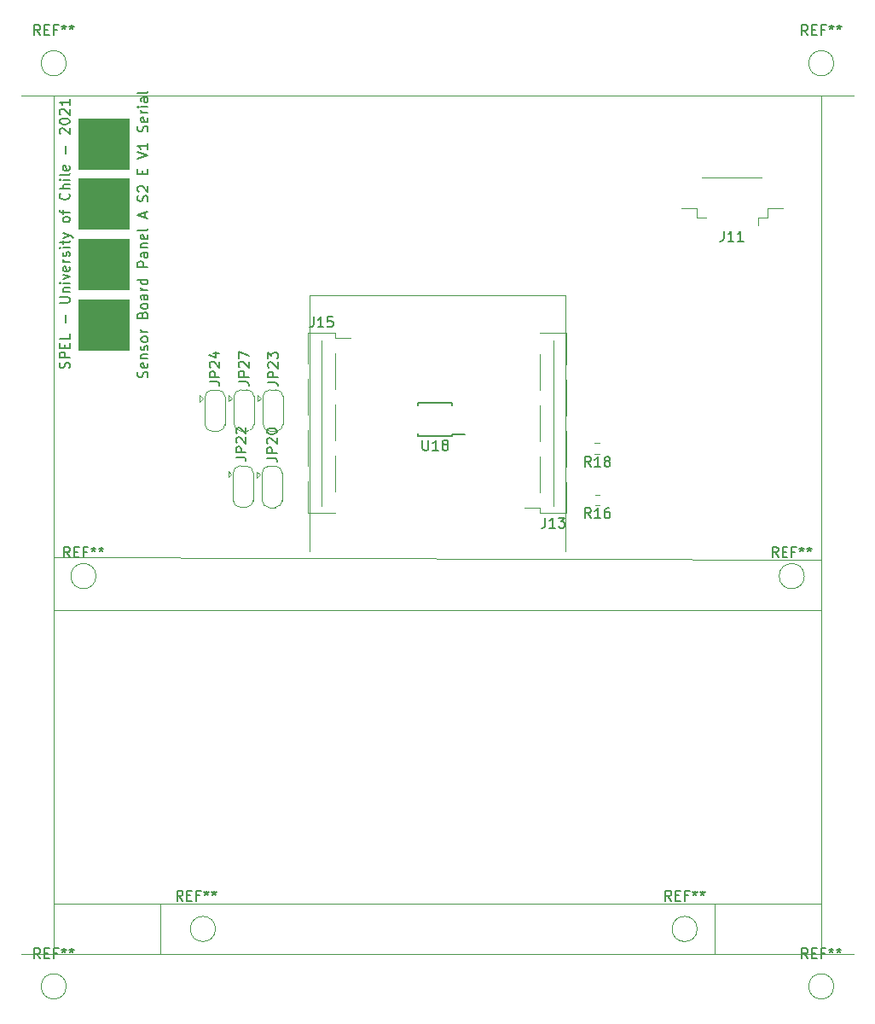
<source format=gbr>
G04 #@! TF.GenerationSoftware,KiCad,Pcbnew,(5.1.2)-2*
G04 #@! TF.CreationDate,2021-08-27T15:03:54-04:00*
G04 #@! TF.ProjectId,MAG_Plus,4d41475f-506c-4757-932e-6b696361645f,rev?*
G04 #@! TF.SameCoordinates,Original*
G04 #@! TF.FileFunction,Legend,Top*
G04 #@! TF.FilePolarity,Positive*
%FSLAX46Y46*%
G04 Gerber Fmt 4.6, Leading zero omitted, Abs format (unit mm)*
G04 Created by KiCad (PCBNEW (5.1.2)-2) date 2021-08-27 15:03:54*
%MOMM*%
%LPD*%
G04 APERTURE LIST*
%ADD10C,0.100000*%
%ADD11C,0.150000*%
%ADD12C,0.120000*%
G04 APERTURE END LIST*
D10*
G36*
X132290000Y-166660000D02*
G01*
X127290000Y-166660000D01*
X127290000Y-161660000D01*
X132290000Y-161660000D01*
X132290000Y-166660000D01*
G37*
X132290000Y-166660000D02*
X127290000Y-166660000D01*
X127290000Y-161660000D01*
X132290000Y-161660000D01*
X132290000Y-166660000D01*
G36*
X132290000Y-160660000D02*
G01*
X127290000Y-160660000D01*
X127290000Y-155660000D01*
X132290000Y-155660000D01*
X132290000Y-160660000D01*
G37*
X132290000Y-160660000D02*
X127290000Y-160660000D01*
X127290000Y-155660000D01*
X132290000Y-155660000D01*
X132290000Y-160660000D01*
G36*
X132290000Y-172660000D02*
G01*
X127290000Y-172660000D01*
X127290000Y-167660000D01*
X132290000Y-167660000D01*
X132290000Y-172660000D01*
G37*
X132290000Y-172660000D02*
X127290000Y-172660000D01*
X127290000Y-167660000D01*
X132290000Y-167660000D01*
X132290000Y-172660000D01*
G36*
X132290000Y-154660000D02*
G01*
X127290000Y-154660000D01*
X127290000Y-149660000D01*
X132290000Y-149660000D01*
X132290000Y-154660000D01*
G37*
X132290000Y-154660000D02*
X127290000Y-154660000D01*
X127290000Y-149660000D01*
X132290000Y-149660000D01*
X132290000Y-154660000D01*
D11*
X126344761Y-174443333D02*
X126392380Y-174300476D01*
X126392380Y-174062380D01*
X126344761Y-173967142D01*
X126297142Y-173919523D01*
X126201904Y-173871904D01*
X126106666Y-173871904D01*
X126011428Y-173919523D01*
X125963809Y-173967142D01*
X125916190Y-174062380D01*
X125868571Y-174252857D01*
X125820952Y-174348095D01*
X125773333Y-174395714D01*
X125678095Y-174443333D01*
X125582857Y-174443333D01*
X125487619Y-174395714D01*
X125440000Y-174348095D01*
X125392380Y-174252857D01*
X125392380Y-174014761D01*
X125440000Y-173871904D01*
X126392380Y-173443333D02*
X125392380Y-173443333D01*
X125392380Y-173062380D01*
X125440000Y-172967142D01*
X125487619Y-172919523D01*
X125582857Y-172871904D01*
X125725714Y-172871904D01*
X125820952Y-172919523D01*
X125868571Y-172967142D01*
X125916190Y-173062380D01*
X125916190Y-173443333D01*
X125868571Y-172443333D02*
X125868571Y-172110000D01*
X126392380Y-171967142D02*
X126392380Y-172443333D01*
X125392380Y-172443333D01*
X125392380Y-171967142D01*
X126392380Y-171062380D02*
X126392380Y-171538571D01*
X125392380Y-171538571D01*
X126011428Y-169967142D02*
X126011428Y-169205238D01*
X125392380Y-167967142D02*
X126201904Y-167967142D01*
X126297142Y-167919523D01*
X126344761Y-167871904D01*
X126392380Y-167776666D01*
X126392380Y-167586190D01*
X126344761Y-167490952D01*
X126297142Y-167443333D01*
X126201904Y-167395714D01*
X125392380Y-167395714D01*
X125725714Y-166919523D02*
X126392380Y-166919523D01*
X125820952Y-166919523D02*
X125773333Y-166871904D01*
X125725714Y-166776666D01*
X125725714Y-166633809D01*
X125773333Y-166538571D01*
X125868571Y-166490952D01*
X126392380Y-166490952D01*
X126392380Y-166014761D02*
X125725714Y-166014761D01*
X125392380Y-166014761D02*
X125440000Y-166062380D01*
X125487619Y-166014761D01*
X125440000Y-165967142D01*
X125392380Y-166014761D01*
X125487619Y-166014761D01*
X125725714Y-165633809D02*
X126392380Y-165395714D01*
X125725714Y-165157619D01*
X126344761Y-164395714D02*
X126392380Y-164490952D01*
X126392380Y-164681428D01*
X126344761Y-164776666D01*
X126249523Y-164824285D01*
X125868571Y-164824285D01*
X125773333Y-164776666D01*
X125725714Y-164681428D01*
X125725714Y-164490952D01*
X125773333Y-164395714D01*
X125868571Y-164348095D01*
X125963809Y-164348095D01*
X126059047Y-164824285D01*
X126392380Y-163919523D02*
X125725714Y-163919523D01*
X125916190Y-163919523D02*
X125820952Y-163871904D01*
X125773333Y-163824285D01*
X125725714Y-163729047D01*
X125725714Y-163633809D01*
X126344761Y-163348095D02*
X126392380Y-163252857D01*
X126392380Y-163062380D01*
X126344761Y-162967142D01*
X126249523Y-162919523D01*
X126201904Y-162919523D01*
X126106666Y-162967142D01*
X126059047Y-163062380D01*
X126059047Y-163205238D01*
X126011428Y-163300476D01*
X125916190Y-163348095D01*
X125868571Y-163348095D01*
X125773333Y-163300476D01*
X125725714Y-163205238D01*
X125725714Y-163062380D01*
X125773333Y-162967142D01*
X126392380Y-162490952D02*
X125725714Y-162490952D01*
X125392380Y-162490952D02*
X125440000Y-162538571D01*
X125487619Y-162490952D01*
X125440000Y-162443333D01*
X125392380Y-162490952D01*
X125487619Y-162490952D01*
X125725714Y-162157619D02*
X125725714Y-161776666D01*
X125392380Y-162014761D02*
X126249523Y-162014761D01*
X126344761Y-161967142D01*
X126392380Y-161871904D01*
X126392380Y-161776666D01*
X125725714Y-161538571D02*
X126392380Y-161300476D01*
X125725714Y-161062380D02*
X126392380Y-161300476D01*
X126630476Y-161395714D01*
X126678095Y-161443333D01*
X126725714Y-161538571D01*
X126392380Y-159776666D02*
X126344761Y-159871904D01*
X126297142Y-159919523D01*
X126201904Y-159967142D01*
X125916190Y-159967142D01*
X125820952Y-159919523D01*
X125773333Y-159871904D01*
X125725714Y-159776666D01*
X125725714Y-159633809D01*
X125773333Y-159538571D01*
X125820952Y-159490952D01*
X125916190Y-159443333D01*
X126201904Y-159443333D01*
X126297142Y-159490952D01*
X126344761Y-159538571D01*
X126392380Y-159633809D01*
X126392380Y-159776666D01*
X125725714Y-159157619D02*
X125725714Y-158776666D01*
X126392380Y-159014761D02*
X125535238Y-159014761D01*
X125440000Y-158967142D01*
X125392380Y-158871904D01*
X125392380Y-158776666D01*
X126297142Y-157110000D02*
X126344761Y-157157619D01*
X126392380Y-157300476D01*
X126392380Y-157395714D01*
X126344761Y-157538571D01*
X126249523Y-157633809D01*
X126154285Y-157681428D01*
X125963809Y-157729047D01*
X125820952Y-157729047D01*
X125630476Y-157681428D01*
X125535238Y-157633809D01*
X125440000Y-157538571D01*
X125392380Y-157395714D01*
X125392380Y-157300476D01*
X125440000Y-157157619D01*
X125487619Y-157110000D01*
X126392380Y-156681428D02*
X125392380Y-156681428D01*
X126392380Y-156252857D02*
X125868571Y-156252857D01*
X125773333Y-156300476D01*
X125725714Y-156395714D01*
X125725714Y-156538571D01*
X125773333Y-156633809D01*
X125820952Y-156681428D01*
X126392380Y-155776666D02*
X125725714Y-155776666D01*
X125392380Y-155776666D02*
X125440000Y-155824285D01*
X125487619Y-155776666D01*
X125440000Y-155729047D01*
X125392380Y-155776666D01*
X125487619Y-155776666D01*
X126392380Y-155157619D02*
X126344761Y-155252857D01*
X126249523Y-155300476D01*
X125392380Y-155300476D01*
X126344761Y-154395714D02*
X126392380Y-154490952D01*
X126392380Y-154681428D01*
X126344761Y-154776666D01*
X126249523Y-154824285D01*
X125868571Y-154824285D01*
X125773333Y-154776666D01*
X125725714Y-154681428D01*
X125725714Y-154490952D01*
X125773333Y-154395714D01*
X125868571Y-154348095D01*
X125963809Y-154348095D01*
X126059047Y-154824285D01*
X126011428Y-153157619D02*
X126011428Y-152395714D01*
X125487619Y-151205238D02*
X125440000Y-151157619D01*
X125392380Y-151062380D01*
X125392380Y-150824285D01*
X125440000Y-150729047D01*
X125487619Y-150681428D01*
X125582857Y-150633809D01*
X125678095Y-150633809D01*
X125820952Y-150681428D01*
X126392380Y-151252857D01*
X126392380Y-150633809D01*
X125392380Y-150014761D02*
X125392380Y-149919523D01*
X125440000Y-149824285D01*
X125487619Y-149776666D01*
X125582857Y-149729047D01*
X125773333Y-149681428D01*
X126011428Y-149681428D01*
X126201904Y-149729047D01*
X126297142Y-149776666D01*
X126344761Y-149824285D01*
X126392380Y-149919523D01*
X126392380Y-150014761D01*
X126344761Y-150110000D01*
X126297142Y-150157619D01*
X126201904Y-150205238D01*
X126011428Y-150252857D01*
X125773333Y-150252857D01*
X125582857Y-150205238D01*
X125487619Y-150157619D01*
X125440000Y-150110000D01*
X125392380Y-150014761D01*
X125487619Y-149300476D02*
X125440000Y-149252857D01*
X125392380Y-149157619D01*
X125392380Y-148919523D01*
X125440000Y-148824285D01*
X125487619Y-148776666D01*
X125582857Y-148729047D01*
X125678095Y-148729047D01*
X125820952Y-148776666D01*
X126392380Y-149348095D01*
X126392380Y-148729047D01*
X126392380Y-147776666D02*
X126392380Y-148348095D01*
X126392380Y-148062380D02*
X125392380Y-148062380D01*
X125535238Y-148157619D01*
X125630476Y-148252857D01*
X125678095Y-148348095D01*
X134094761Y-175376666D02*
X134142380Y-175233809D01*
X134142380Y-174995714D01*
X134094761Y-174900476D01*
X134047142Y-174852857D01*
X133951904Y-174805238D01*
X133856666Y-174805238D01*
X133761428Y-174852857D01*
X133713809Y-174900476D01*
X133666190Y-174995714D01*
X133618571Y-175186190D01*
X133570952Y-175281428D01*
X133523333Y-175329047D01*
X133428095Y-175376666D01*
X133332857Y-175376666D01*
X133237619Y-175329047D01*
X133190000Y-175281428D01*
X133142380Y-175186190D01*
X133142380Y-174948095D01*
X133190000Y-174805238D01*
X134094761Y-173995714D02*
X134142380Y-174090952D01*
X134142380Y-174281428D01*
X134094761Y-174376666D01*
X133999523Y-174424285D01*
X133618571Y-174424285D01*
X133523333Y-174376666D01*
X133475714Y-174281428D01*
X133475714Y-174090952D01*
X133523333Y-173995714D01*
X133618571Y-173948095D01*
X133713809Y-173948095D01*
X133809047Y-174424285D01*
X133475714Y-173519523D02*
X134142380Y-173519523D01*
X133570952Y-173519523D02*
X133523333Y-173471904D01*
X133475714Y-173376666D01*
X133475714Y-173233809D01*
X133523333Y-173138571D01*
X133618571Y-173090952D01*
X134142380Y-173090952D01*
X134094761Y-172662380D02*
X134142380Y-172567142D01*
X134142380Y-172376666D01*
X134094761Y-172281428D01*
X133999523Y-172233809D01*
X133951904Y-172233809D01*
X133856666Y-172281428D01*
X133809047Y-172376666D01*
X133809047Y-172519523D01*
X133761428Y-172614761D01*
X133666190Y-172662380D01*
X133618571Y-172662380D01*
X133523333Y-172614761D01*
X133475714Y-172519523D01*
X133475714Y-172376666D01*
X133523333Y-172281428D01*
X134142380Y-171662380D02*
X134094761Y-171757619D01*
X134047142Y-171805238D01*
X133951904Y-171852857D01*
X133666190Y-171852857D01*
X133570952Y-171805238D01*
X133523333Y-171757619D01*
X133475714Y-171662380D01*
X133475714Y-171519523D01*
X133523333Y-171424285D01*
X133570952Y-171376666D01*
X133666190Y-171329047D01*
X133951904Y-171329047D01*
X134047142Y-171376666D01*
X134094761Y-171424285D01*
X134142380Y-171519523D01*
X134142380Y-171662380D01*
X134142380Y-170900476D02*
X133475714Y-170900476D01*
X133666190Y-170900476D02*
X133570952Y-170852857D01*
X133523333Y-170805238D01*
X133475714Y-170710000D01*
X133475714Y-170614761D01*
X133618571Y-169186190D02*
X133666190Y-169043333D01*
X133713809Y-168995714D01*
X133809047Y-168948095D01*
X133951904Y-168948095D01*
X134047142Y-168995714D01*
X134094761Y-169043333D01*
X134142380Y-169138571D01*
X134142380Y-169519523D01*
X133142380Y-169519523D01*
X133142380Y-169186190D01*
X133190000Y-169090952D01*
X133237619Y-169043333D01*
X133332857Y-168995714D01*
X133428095Y-168995714D01*
X133523333Y-169043333D01*
X133570952Y-169090952D01*
X133618571Y-169186190D01*
X133618571Y-169519523D01*
X134142380Y-168376666D02*
X134094761Y-168471904D01*
X134047142Y-168519523D01*
X133951904Y-168567142D01*
X133666190Y-168567142D01*
X133570952Y-168519523D01*
X133523333Y-168471904D01*
X133475714Y-168376666D01*
X133475714Y-168233809D01*
X133523333Y-168138571D01*
X133570952Y-168090952D01*
X133666190Y-168043333D01*
X133951904Y-168043333D01*
X134047142Y-168090952D01*
X134094761Y-168138571D01*
X134142380Y-168233809D01*
X134142380Y-168376666D01*
X134142380Y-167186190D02*
X133618571Y-167186190D01*
X133523333Y-167233809D01*
X133475714Y-167329047D01*
X133475714Y-167519523D01*
X133523333Y-167614761D01*
X134094761Y-167186190D02*
X134142380Y-167281428D01*
X134142380Y-167519523D01*
X134094761Y-167614761D01*
X133999523Y-167662380D01*
X133904285Y-167662380D01*
X133809047Y-167614761D01*
X133761428Y-167519523D01*
X133761428Y-167281428D01*
X133713809Y-167186190D01*
X134142380Y-166710000D02*
X133475714Y-166710000D01*
X133666190Y-166710000D02*
X133570952Y-166662380D01*
X133523333Y-166614761D01*
X133475714Y-166519523D01*
X133475714Y-166424285D01*
X134142380Y-165662380D02*
X133142380Y-165662380D01*
X134094761Y-165662380D02*
X134142380Y-165757619D01*
X134142380Y-165948095D01*
X134094761Y-166043333D01*
X134047142Y-166090952D01*
X133951904Y-166138571D01*
X133666190Y-166138571D01*
X133570952Y-166090952D01*
X133523333Y-166043333D01*
X133475714Y-165948095D01*
X133475714Y-165757619D01*
X133523333Y-165662380D01*
X134142380Y-164424285D02*
X133142380Y-164424285D01*
X133142380Y-164043333D01*
X133190000Y-163948095D01*
X133237619Y-163900476D01*
X133332857Y-163852857D01*
X133475714Y-163852857D01*
X133570952Y-163900476D01*
X133618571Y-163948095D01*
X133666190Y-164043333D01*
X133666190Y-164424285D01*
X134142380Y-162995714D02*
X133618571Y-162995714D01*
X133523333Y-163043333D01*
X133475714Y-163138571D01*
X133475714Y-163329047D01*
X133523333Y-163424285D01*
X134094761Y-162995714D02*
X134142380Y-163090952D01*
X134142380Y-163329047D01*
X134094761Y-163424285D01*
X133999523Y-163471904D01*
X133904285Y-163471904D01*
X133809047Y-163424285D01*
X133761428Y-163329047D01*
X133761428Y-163090952D01*
X133713809Y-162995714D01*
X133475714Y-162519523D02*
X134142380Y-162519523D01*
X133570952Y-162519523D02*
X133523333Y-162471904D01*
X133475714Y-162376666D01*
X133475714Y-162233809D01*
X133523333Y-162138571D01*
X133618571Y-162090952D01*
X134142380Y-162090952D01*
X134094761Y-161233809D02*
X134142380Y-161329047D01*
X134142380Y-161519523D01*
X134094761Y-161614761D01*
X133999523Y-161662380D01*
X133618571Y-161662380D01*
X133523333Y-161614761D01*
X133475714Y-161519523D01*
X133475714Y-161329047D01*
X133523333Y-161233809D01*
X133618571Y-161186190D01*
X133713809Y-161186190D01*
X133809047Y-161662380D01*
X134142380Y-160614761D02*
X134094761Y-160710000D01*
X133999523Y-160757619D01*
X133142380Y-160757619D01*
X133856666Y-159519523D02*
X133856666Y-159043333D01*
X134142380Y-159614761D02*
X133142380Y-159281428D01*
X134142380Y-158948095D01*
X134094761Y-157900476D02*
X134142380Y-157757619D01*
X134142380Y-157519523D01*
X134094761Y-157424285D01*
X134047142Y-157376666D01*
X133951904Y-157329047D01*
X133856666Y-157329047D01*
X133761428Y-157376666D01*
X133713809Y-157424285D01*
X133666190Y-157519523D01*
X133618571Y-157710000D01*
X133570952Y-157805238D01*
X133523333Y-157852857D01*
X133428095Y-157900476D01*
X133332857Y-157900476D01*
X133237619Y-157852857D01*
X133190000Y-157805238D01*
X133142380Y-157710000D01*
X133142380Y-157471904D01*
X133190000Y-157329047D01*
X133237619Y-156948095D02*
X133190000Y-156900476D01*
X133142380Y-156805238D01*
X133142380Y-156567142D01*
X133190000Y-156471904D01*
X133237619Y-156424285D01*
X133332857Y-156376666D01*
X133428095Y-156376666D01*
X133570952Y-156424285D01*
X134142380Y-156995714D01*
X134142380Y-156376666D01*
X133618571Y-155186190D02*
X133618571Y-154852857D01*
X134142380Y-154710000D02*
X134142380Y-155186190D01*
X133142380Y-155186190D01*
X133142380Y-154710000D01*
X133142380Y-153662380D02*
X134142380Y-153329047D01*
X133142380Y-152995714D01*
X134142380Y-152138571D02*
X134142380Y-152710000D01*
X134142380Y-152424285D02*
X133142380Y-152424285D01*
X133285238Y-152519523D01*
X133380476Y-152614761D01*
X133428095Y-152710000D01*
X134094761Y-150995714D02*
X134142380Y-150852857D01*
X134142380Y-150614761D01*
X134094761Y-150519523D01*
X134047142Y-150471904D01*
X133951904Y-150424285D01*
X133856666Y-150424285D01*
X133761428Y-150471904D01*
X133713809Y-150519523D01*
X133666190Y-150614761D01*
X133618571Y-150805238D01*
X133570952Y-150900476D01*
X133523333Y-150948095D01*
X133428095Y-150995714D01*
X133332857Y-150995714D01*
X133237619Y-150948095D01*
X133190000Y-150900476D01*
X133142380Y-150805238D01*
X133142380Y-150567142D01*
X133190000Y-150424285D01*
X134094761Y-149614761D02*
X134142380Y-149710000D01*
X134142380Y-149900476D01*
X134094761Y-149995714D01*
X133999523Y-150043333D01*
X133618571Y-150043333D01*
X133523333Y-149995714D01*
X133475714Y-149900476D01*
X133475714Y-149710000D01*
X133523333Y-149614761D01*
X133618571Y-149567142D01*
X133713809Y-149567142D01*
X133809047Y-150043333D01*
X134142380Y-149138571D02*
X133475714Y-149138571D01*
X133666190Y-149138571D02*
X133570952Y-149090952D01*
X133523333Y-149043333D01*
X133475714Y-148948095D01*
X133475714Y-148852857D01*
X134142380Y-148519523D02*
X133475714Y-148519523D01*
X133142380Y-148519523D02*
X133190000Y-148567142D01*
X133237619Y-148519523D01*
X133190000Y-148471904D01*
X133142380Y-148519523D01*
X133237619Y-148519523D01*
X134142380Y-147614761D02*
X133618571Y-147614761D01*
X133523333Y-147662380D01*
X133475714Y-147757619D01*
X133475714Y-147948095D01*
X133523333Y-148043333D01*
X134094761Y-147614761D02*
X134142380Y-147710000D01*
X134142380Y-147948095D01*
X134094761Y-148043333D01*
X133999523Y-148090952D01*
X133904285Y-148090952D01*
X133809047Y-148043333D01*
X133761428Y-147948095D01*
X133761428Y-147710000D01*
X133713809Y-147614761D01*
X134142380Y-146995714D02*
X134094761Y-147090952D01*
X133999523Y-147138571D01*
X133142380Y-147138571D01*
D12*
X190400000Y-227600000D02*
X190400000Y-232600000D01*
X135400000Y-227600000D02*
X135400000Y-232600000D01*
X140860000Y-230100000D02*
G75*
G03X140860000Y-230100000I-1250000J0D01*
G01*
X188690000Y-230100000D02*
G75*
G03X188690000Y-230100000I-1250000J0D01*
G01*
X151400000Y-188099978D02*
X151400000Y-171700000D01*
X174400000Y-188100000D02*
X174400000Y-171700000D01*
X175600000Y-167200000D02*
X150200000Y-167200000D01*
X150200000Y-192600000D02*
X150200000Y-167200000D01*
X175600000Y-192600000D02*
X175600000Y-167200000D01*
X129000000Y-195090000D02*
G75*
G03X129000000Y-195090000I-1250000J0D01*
G01*
X199320040Y-195089967D02*
G75*
G03X199320040Y-195089967I-1250040J0D01*
G01*
X201000000Y-198500000D02*
X124800000Y-198500000D01*
X201000000Y-227600000D02*
X124800000Y-227600000D01*
X201000000Y-193500000D02*
X124800000Y-193200000D01*
X202250000Y-235800000D02*
G75*
G03X202250000Y-235800000I-1250000J0D01*
G01*
X126050000Y-235800000D02*
G75*
G03X126050000Y-235800000I-1250000J0D01*
G01*
X126050000Y-144200000D02*
G75*
G03X126050000Y-144200000I-1250000J0D01*
G01*
X202250000Y-144200000D02*
G75*
G03X202250000Y-144200000I-1250000J0D01*
G01*
X201000000Y-147400000D02*
X201000000Y-232600000D01*
X124800000Y-232600000D02*
X124800000Y-147400000D01*
X121600000Y-232600000D02*
X204200000Y-232600000D01*
X204200000Y-147400000D02*
X121600000Y-147400000D01*
X189555000Y-159525000D02*
X188605000Y-159525000D01*
X188605000Y-159525000D02*
X188605000Y-158625000D01*
X188605000Y-158625000D02*
X187105000Y-158625000D01*
X194705000Y-159525000D02*
X195655000Y-159525000D01*
X195655000Y-159525000D02*
X195655000Y-158625000D01*
X195655000Y-158625000D02*
X197155000Y-158625000D01*
X195105000Y-155525000D02*
X189155000Y-155525000D01*
X194705000Y-159525000D02*
X194705000Y-160275000D01*
X175730000Y-174060000D02*
X175730000Y-170950000D01*
X175730000Y-179140000D02*
X175730000Y-175580000D01*
X175730000Y-184220000D02*
X175730000Y-180660000D01*
X175730000Y-171520000D02*
X175730000Y-170950000D01*
X173070000Y-188850000D02*
X173070000Y-188280000D01*
X173070000Y-188280000D02*
X171550000Y-188280000D01*
X175730000Y-188850000D02*
X175730000Y-185740000D01*
X173070000Y-176600000D02*
X173070000Y-173040000D01*
X173070000Y-181680000D02*
X173070000Y-178120000D01*
X173070000Y-186760000D02*
X173070000Y-183200000D01*
X175730000Y-170950000D02*
X173070000Y-170950000D01*
X175730000Y-188850000D02*
X173070000Y-188850000D01*
X150070000Y-170930000D02*
X152730000Y-170930000D01*
X150070000Y-188830000D02*
X152730000Y-188830000D01*
X152730000Y-173020000D02*
X152730000Y-176580000D01*
X152730000Y-178100000D02*
X152730000Y-181660000D01*
X152730000Y-183180000D02*
X152730000Y-186740000D01*
X150070000Y-170930000D02*
X150070000Y-174040000D01*
X152730000Y-171500000D02*
X154250000Y-171500000D01*
X152730000Y-170930000D02*
X152730000Y-171500000D01*
X150070000Y-188260000D02*
X150070000Y-188830000D01*
X150070000Y-175560000D02*
X150070000Y-179120000D01*
X150070000Y-180640000D02*
X150070000Y-184200000D01*
X150070000Y-185720000D02*
X150070000Y-188830000D01*
X145290000Y-185020000D02*
X144990000Y-185320000D01*
X144990000Y-184720000D02*
X144990000Y-185320000D01*
X145290000Y-185020000D02*
X144990000Y-184720000D01*
X146190000Y-184170000D02*
X146790000Y-184170000D01*
X145490000Y-187620000D02*
X145490000Y-184820000D01*
X146790000Y-188270000D02*
X146190000Y-188270000D01*
X147490000Y-184820000D02*
X147490000Y-187620000D01*
X147490000Y-187570000D02*
G75*
G02X146790000Y-188270000I-700000J0D01*
G01*
X146190000Y-188270000D02*
G75*
G02X145490000Y-187570000I0J700000D01*
G01*
X145490000Y-184870000D02*
G75*
G02X146190000Y-184170000I700000J0D01*
G01*
X146790000Y-184170000D02*
G75*
G02X147490000Y-184870000I0J-700000D01*
G01*
X143920000Y-184150000D02*
G75*
G02X144620000Y-184850000I0J-700000D01*
G01*
X142620000Y-184850000D02*
G75*
G02X143320000Y-184150000I700000J0D01*
G01*
X143320000Y-188250000D02*
G75*
G02X142620000Y-187550000I0J700000D01*
G01*
X144620000Y-187550000D02*
G75*
G02X143920000Y-188250000I-700000J0D01*
G01*
X144620000Y-184800000D02*
X144620000Y-187600000D01*
X143920000Y-188250000D02*
X143320000Y-188250000D01*
X142620000Y-187600000D02*
X142620000Y-184800000D01*
X143320000Y-184150000D02*
X143920000Y-184150000D01*
X142420000Y-185000000D02*
X142120000Y-184700000D01*
X142120000Y-184700000D02*
X142120000Y-185300000D01*
X142420000Y-185000000D02*
X142120000Y-185300000D01*
X179030000Y-187000000D02*
X178530000Y-187000000D01*
X178530000Y-188060000D02*
X179030000Y-188060000D01*
X178520000Y-182970000D02*
X179020000Y-182970000D01*
X179020000Y-181910000D02*
X178520000Y-181910000D01*
X145380000Y-177450000D02*
X145080000Y-177750000D01*
X145080000Y-177150000D02*
X145080000Y-177750000D01*
X145380000Y-177450000D02*
X145080000Y-177150000D01*
X146280000Y-176600000D02*
X146880000Y-176600000D01*
X145580000Y-180050000D02*
X145580000Y-177250000D01*
X146880000Y-180700000D02*
X146280000Y-180700000D01*
X147580000Y-177250000D02*
X147580000Y-180050000D01*
X147580000Y-180000000D02*
G75*
G02X146880000Y-180700000I-700000J0D01*
G01*
X146280000Y-180700000D02*
G75*
G02X145580000Y-180000000I0J700000D01*
G01*
X145580000Y-177300000D02*
G75*
G02X146280000Y-176600000I700000J0D01*
G01*
X146880000Y-176600000D02*
G75*
G02X147580000Y-177300000I0J-700000D01*
G01*
X141120000Y-176620000D02*
G75*
G02X141820000Y-177320000I0J-700000D01*
G01*
X139820000Y-177320000D02*
G75*
G02X140520000Y-176620000I700000J0D01*
G01*
X140520000Y-180720000D02*
G75*
G02X139820000Y-180020000I0J700000D01*
G01*
X141820000Y-180020000D02*
G75*
G02X141120000Y-180720000I-700000J0D01*
G01*
X141820000Y-177270000D02*
X141820000Y-180070000D01*
X141120000Y-180720000D02*
X140520000Y-180720000D01*
X139820000Y-180070000D02*
X139820000Y-177270000D01*
X140520000Y-176620000D02*
X141120000Y-176620000D01*
X139620000Y-177470000D02*
X139320000Y-177170000D01*
X139320000Y-177170000D02*
X139320000Y-177770000D01*
X139620000Y-177470000D02*
X139320000Y-177770000D01*
X142500000Y-177450000D02*
X142200000Y-177750000D01*
X142200000Y-177150000D02*
X142200000Y-177750000D01*
X142500000Y-177450000D02*
X142200000Y-177150000D01*
X143400000Y-176600000D02*
X144000000Y-176600000D01*
X142700000Y-180050000D02*
X142700000Y-177250000D01*
X144000000Y-180700000D02*
X143400000Y-180700000D01*
X144700000Y-177250000D02*
X144700000Y-180050000D01*
X144700000Y-180000000D02*
G75*
G02X144000000Y-180700000I-700000J0D01*
G01*
X143400000Y-180700000D02*
G75*
G02X142700000Y-180000000I0J700000D01*
G01*
X142700000Y-177300000D02*
G75*
G02X143400000Y-176600000I700000J0D01*
G01*
X144000000Y-176600000D02*
G75*
G02X144700000Y-177300000I0J-700000D01*
G01*
D11*
X164335000Y-181230000D02*
X164335000Y-181055000D01*
X160985000Y-181230000D02*
X160985000Y-180980000D01*
X160985000Y-177880000D02*
X160985000Y-178130000D01*
X164335000Y-177880000D02*
X164335000Y-178130000D01*
X164335000Y-181230000D02*
X160985000Y-181230000D01*
X164335000Y-177880000D02*
X160985000Y-177880000D01*
X164335000Y-181055000D02*
X165585000Y-181055000D01*
X186116666Y-227302380D02*
X185783333Y-226826190D01*
X185545238Y-227302380D02*
X185545238Y-226302380D01*
X185926190Y-226302380D01*
X186021428Y-226350000D01*
X186069047Y-226397619D01*
X186116666Y-226492857D01*
X186116666Y-226635714D01*
X186069047Y-226730952D01*
X186021428Y-226778571D01*
X185926190Y-226826190D01*
X185545238Y-226826190D01*
X186545238Y-226778571D02*
X186878571Y-226778571D01*
X187021428Y-227302380D02*
X186545238Y-227302380D01*
X186545238Y-226302380D01*
X187021428Y-226302380D01*
X187783333Y-226778571D02*
X187450000Y-226778571D01*
X187450000Y-227302380D02*
X187450000Y-226302380D01*
X187926190Y-226302380D01*
X188450000Y-226302380D02*
X188450000Y-226540476D01*
X188211904Y-226445238D02*
X188450000Y-226540476D01*
X188688095Y-226445238D01*
X188307142Y-226730952D02*
X188450000Y-226540476D01*
X188592857Y-226730952D01*
X189211904Y-226302380D02*
X189211904Y-226540476D01*
X188973809Y-226445238D02*
X189211904Y-226540476D01*
X189450000Y-226445238D01*
X189069047Y-226730952D02*
X189211904Y-226540476D01*
X189354761Y-226730952D01*
X137616666Y-227302380D02*
X137283333Y-226826190D01*
X137045238Y-227302380D02*
X137045238Y-226302380D01*
X137426190Y-226302380D01*
X137521428Y-226350000D01*
X137569047Y-226397619D01*
X137616666Y-226492857D01*
X137616666Y-226635714D01*
X137569047Y-226730952D01*
X137521428Y-226778571D01*
X137426190Y-226826190D01*
X137045238Y-226826190D01*
X138045238Y-226778571D02*
X138378571Y-226778571D01*
X138521428Y-227302380D02*
X138045238Y-227302380D01*
X138045238Y-226302380D01*
X138521428Y-226302380D01*
X139283333Y-226778571D02*
X138950000Y-226778571D01*
X138950000Y-227302380D02*
X138950000Y-226302380D01*
X139426190Y-226302380D01*
X139950000Y-226302380D02*
X139950000Y-226540476D01*
X139711904Y-226445238D02*
X139950000Y-226540476D01*
X140188095Y-226445238D01*
X139807142Y-226730952D02*
X139950000Y-226540476D01*
X140092857Y-226730952D01*
X140711904Y-226302380D02*
X140711904Y-226540476D01*
X140473809Y-226445238D02*
X140711904Y-226540476D01*
X140950000Y-226445238D01*
X140569047Y-226730952D02*
X140711904Y-226540476D01*
X140854761Y-226730952D01*
X196736666Y-193202380D02*
X196403333Y-192726190D01*
X196165238Y-193202380D02*
X196165238Y-192202380D01*
X196546190Y-192202380D01*
X196641428Y-192250000D01*
X196689047Y-192297619D01*
X196736666Y-192392857D01*
X196736666Y-192535714D01*
X196689047Y-192630952D01*
X196641428Y-192678571D01*
X196546190Y-192726190D01*
X196165238Y-192726190D01*
X197165238Y-192678571D02*
X197498571Y-192678571D01*
X197641428Y-193202380D02*
X197165238Y-193202380D01*
X197165238Y-192202380D01*
X197641428Y-192202380D01*
X198403333Y-192678571D02*
X198070000Y-192678571D01*
X198070000Y-193202380D02*
X198070000Y-192202380D01*
X198546190Y-192202380D01*
X199070000Y-192202380D02*
X199070000Y-192440476D01*
X198831904Y-192345238D02*
X199070000Y-192440476D01*
X199308095Y-192345238D01*
X198927142Y-192630952D02*
X199070000Y-192440476D01*
X199212857Y-192630952D01*
X199831904Y-192202380D02*
X199831904Y-192440476D01*
X199593809Y-192345238D02*
X199831904Y-192440476D01*
X200070000Y-192345238D01*
X199689047Y-192630952D02*
X199831904Y-192440476D01*
X199974761Y-192630952D01*
X126416666Y-193202380D02*
X126083333Y-192726190D01*
X125845238Y-193202380D02*
X125845238Y-192202380D01*
X126226190Y-192202380D01*
X126321428Y-192250000D01*
X126369047Y-192297619D01*
X126416666Y-192392857D01*
X126416666Y-192535714D01*
X126369047Y-192630952D01*
X126321428Y-192678571D01*
X126226190Y-192726190D01*
X125845238Y-192726190D01*
X126845238Y-192678571D02*
X127178571Y-192678571D01*
X127321428Y-193202380D02*
X126845238Y-193202380D01*
X126845238Y-192202380D01*
X127321428Y-192202380D01*
X128083333Y-192678571D02*
X127750000Y-192678571D01*
X127750000Y-193202380D02*
X127750000Y-192202380D01*
X128226190Y-192202380D01*
X128750000Y-192202380D02*
X128750000Y-192440476D01*
X128511904Y-192345238D02*
X128750000Y-192440476D01*
X128988095Y-192345238D01*
X128607142Y-192630952D02*
X128750000Y-192440476D01*
X128892857Y-192630952D01*
X129511904Y-192202380D02*
X129511904Y-192440476D01*
X129273809Y-192345238D02*
X129511904Y-192440476D01*
X129750000Y-192345238D01*
X129369047Y-192630952D02*
X129511904Y-192440476D01*
X129654761Y-192630952D01*
X199656666Y-233012380D02*
X199323333Y-232536190D01*
X199085238Y-233012380D02*
X199085238Y-232012380D01*
X199466190Y-232012380D01*
X199561428Y-232060000D01*
X199609047Y-232107619D01*
X199656666Y-232202857D01*
X199656666Y-232345714D01*
X199609047Y-232440952D01*
X199561428Y-232488571D01*
X199466190Y-232536190D01*
X199085238Y-232536190D01*
X200085238Y-232488571D02*
X200418571Y-232488571D01*
X200561428Y-233012380D02*
X200085238Y-233012380D01*
X200085238Y-232012380D01*
X200561428Y-232012380D01*
X201323333Y-232488571D02*
X200990000Y-232488571D01*
X200990000Y-233012380D02*
X200990000Y-232012380D01*
X201466190Y-232012380D01*
X201990000Y-232012380D02*
X201990000Y-232250476D01*
X201751904Y-232155238D02*
X201990000Y-232250476D01*
X202228095Y-232155238D01*
X201847142Y-232440952D02*
X201990000Y-232250476D01*
X202132857Y-232440952D01*
X202751904Y-232012380D02*
X202751904Y-232250476D01*
X202513809Y-232155238D02*
X202751904Y-232250476D01*
X202990000Y-232155238D01*
X202609047Y-232440952D02*
X202751904Y-232250476D01*
X202894761Y-232440952D01*
X123466666Y-233022380D02*
X123133333Y-232546190D01*
X122895238Y-233022380D02*
X122895238Y-232022380D01*
X123276190Y-232022380D01*
X123371428Y-232070000D01*
X123419047Y-232117619D01*
X123466666Y-232212857D01*
X123466666Y-232355714D01*
X123419047Y-232450952D01*
X123371428Y-232498571D01*
X123276190Y-232546190D01*
X122895238Y-232546190D01*
X123895238Y-232498571D02*
X124228571Y-232498571D01*
X124371428Y-233022380D02*
X123895238Y-233022380D01*
X123895238Y-232022380D01*
X124371428Y-232022380D01*
X125133333Y-232498571D02*
X124800000Y-232498571D01*
X124800000Y-233022380D02*
X124800000Y-232022380D01*
X125276190Y-232022380D01*
X125800000Y-232022380D02*
X125800000Y-232260476D01*
X125561904Y-232165238D02*
X125800000Y-232260476D01*
X126038095Y-232165238D01*
X125657142Y-232450952D02*
X125800000Y-232260476D01*
X125942857Y-232450952D01*
X126561904Y-232022380D02*
X126561904Y-232260476D01*
X126323809Y-232165238D02*
X126561904Y-232260476D01*
X126800000Y-232165238D01*
X126419047Y-232450952D02*
X126561904Y-232260476D01*
X126704761Y-232450952D01*
X199666666Y-141412380D02*
X199333333Y-140936190D01*
X199095238Y-141412380D02*
X199095238Y-140412380D01*
X199476190Y-140412380D01*
X199571428Y-140460000D01*
X199619047Y-140507619D01*
X199666666Y-140602857D01*
X199666666Y-140745714D01*
X199619047Y-140840952D01*
X199571428Y-140888571D01*
X199476190Y-140936190D01*
X199095238Y-140936190D01*
X200095238Y-140888571D02*
X200428571Y-140888571D01*
X200571428Y-141412380D02*
X200095238Y-141412380D01*
X200095238Y-140412380D01*
X200571428Y-140412380D01*
X201333333Y-140888571D02*
X201000000Y-140888571D01*
X201000000Y-141412380D02*
X201000000Y-140412380D01*
X201476190Y-140412380D01*
X202000000Y-140412380D02*
X202000000Y-140650476D01*
X201761904Y-140555238D02*
X202000000Y-140650476D01*
X202238095Y-140555238D01*
X201857142Y-140840952D02*
X202000000Y-140650476D01*
X202142857Y-140840952D01*
X202761904Y-140412380D02*
X202761904Y-140650476D01*
X202523809Y-140555238D02*
X202761904Y-140650476D01*
X203000000Y-140555238D01*
X202619047Y-140840952D02*
X202761904Y-140650476D01*
X202904761Y-140840952D01*
X123466666Y-141402380D02*
X123133333Y-140926190D01*
X122895238Y-141402380D02*
X122895238Y-140402380D01*
X123276190Y-140402380D01*
X123371428Y-140450000D01*
X123419047Y-140497619D01*
X123466666Y-140592857D01*
X123466666Y-140735714D01*
X123419047Y-140830952D01*
X123371428Y-140878571D01*
X123276190Y-140926190D01*
X122895238Y-140926190D01*
X123895238Y-140878571D02*
X124228571Y-140878571D01*
X124371428Y-141402380D02*
X123895238Y-141402380D01*
X123895238Y-140402380D01*
X124371428Y-140402380D01*
X125133333Y-140878571D02*
X124800000Y-140878571D01*
X124800000Y-141402380D02*
X124800000Y-140402380D01*
X125276190Y-140402380D01*
X125800000Y-140402380D02*
X125800000Y-140640476D01*
X125561904Y-140545238D02*
X125800000Y-140640476D01*
X126038095Y-140545238D01*
X125657142Y-140830952D02*
X125800000Y-140640476D01*
X125942857Y-140830952D01*
X126561904Y-140402380D02*
X126561904Y-140640476D01*
X126323809Y-140545238D02*
X126561904Y-140640476D01*
X126800000Y-140545238D01*
X126419047Y-140830952D02*
X126561904Y-140640476D01*
X126704761Y-140830952D01*
X191320476Y-160852380D02*
X191320476Y-161566666D01*
X191272857Y-161709523D01*
X191177619Y-161804761D01*
X191034761Y-161852380D01*
X190939523Y-161852380D01*
X192320476Y-161852380D02*
X191749047Y-161852380D01*
X192034761Y-161852380D02*
X192034761Y-160852380D01*
X191939523Y-160995238D01*
X191844285Y-161090476D01*
X191749047Y-161138095D01*
X193272857Y-161852380D02*
X192701428Y-161852380D01*
X192987142Y-161852380D02*
X192987142Y-160852380D01*
X192891904Y-160995238D01*
X192796666Y-161090476D01*
X192701428Y-161138095D01*
X173590476Y-189302380D02*
X173590476Y-190016666D01*
X173542857Y-190159523D01*
X173447619Y-190254761D01*
X173304761Y-190302380D01*
X173209523Y-190302380D01*
X174590476Y-190302380D02*
X174019047Y-190302380D01*
X174304761Y-190302380D02*
X174304761Y-189302380D01*
X174209523Y-189445238D01*
X174114285Y-189540476D01*
X174019047Y-189588095D01*
X174923809Y-189302380D02*
X175542857Y-189302380D01*
X175209523Y-189683333D01*
X175352380Y-189683333D01*
X175447619Y-189730952D01*
X175495238Y-189778571D01*
X175542857Y-189873809D01*
X175542857Y-190111904D01*
X175495238Y-190207142D01*
X175447619Y-190254761D01*
X175352380Y-190302380D01*
X175066666Y-190302380D01*
X174971428Y-190254761D01*
X174923809Y-190207142D01*
X150590476Y-169382380D02*
X150590476Y-170096666D01*
X150542857Y-170239523D01*
X150447619Y-170334761D01*
X150304761Y-170382380D01*
X150209523Y-170382380D01*
X151590476Y-170382380D02*
X151019047Y-170382380D01*
X151304761Y-170382380D02*
X151304761Y-169382380D01*
X151209523Y-169525238D01*
X151114285Y-169620476D01*
X151019047Y-169668095D01*
X152495238Y-169382380D02*
X152019047Y-169382380D01*
X151971428Y-169858571D01*
X152019047Y-169810952D01*
X152114285Y-169763333D01*
X152352380Y-169763333D01*
X152447619Y-169810952D01*
X152495238Y-169858571D01*
X152542857Y-169953809D01*
X152542857Y-170191904D01*
X152495238Y-170287142D01*
X152447619Y-170334761D01*
X152352380Y-170382380D01*
X152114285Y-170382380D01*
X152019047Y-170334761D01*
X151971428Y-170287142D01*
X145952380Y-183369523D02*
X146666666Y-183369523D01*
X146809523Y-183417142D01*
X146904761Y-183512380D01*
X146952380Y-183655238D01*
X146952380Y-183750476D01*
X146952380Y-182893333D02*
X145952380Y-182893333D01*
X145952380Y-182512380D01*
X146000000Y-182417142D01*
X146047619Y-182369523D01*
X146142857Y-182321904D01*
X146285714Y-182321904D01*
X146380952Y-182369523D01*
X146428571Y-182417142D01*
X146476190Y-182512380D01*
X146476190Y-182893333D01*
X146047619Y-181940952D02*
X146000000Y-181893333D01*
X145952380Y-181798095D01*
X145952380Y-181560000D01*
X146000000Y-181464761D01*
X146047619Y-181417142D01*
X146142857Y-181369523D01*
X146238095Y-181369523D01*
X146380952Y-181417142D01*
X146952380Y-181988571D01*
X146952380Y-181369523D01*
X145952380Y-180750476D02*
X145952380Y-180655238D01*
X146000000Y-180560000D01*
X146047619Y-180512380D01*
X146142857Y-180464761D01*
X146333333Y-180417142D01*
X146571428Y-180417142D01*
X146761904Y-180464761D01*
X146857142Y-180512380D01*
X146904761Y-180560000D01*
X146952380Y-180655238D01*
X146952380Y-180750476D01*
X146904761Y-180845714D01*
X146857142Y-180893333D01*
X146761904Y-180940952D01*
X146571428Y-180988571D01*
X146333333Y-180988571D01*
X146142857Y-180940952D01*
X146047619Y-180893333D01*
X146000000Y-180845714D01*
X145952380Y-180750476D01*
X142882380Y-183299523D02*
X143596666Y-183299523D01*
X143739523Y-183347142D01*
X143834761Y-183442380D01*
X143882380Y-183585238D01*
X143882380Y-183680476D01*
X143882380Y-182823333D02*
X142882380Y-182823333D01*
X142882380Y-182442380D01*
X142930000Y-182347142D01*
X142977619Y-182299523D01*
X143072857Y-182251904D01*
X143215714Y-182251904D01*
X143310952Y-182299523D01*
X143358571Y-182347142D01*
X143406190Y-182442380D01*
X143406190Y-182823333D01*
X142977619Y-181870952D02*
X142930000Y-181823333D01*
X142882380Y-181728095D01*
X142882380Y-181490000D01*
X142930000Y-181394761D01*
X142977619Y-181347142D01*
X143072857Y-181299523D01*
X143168095Y-181299523D01*
X143310952Y-181347142D01*
X143882380Y-181918571D01*
X143882380Y-181299523D01*
X142977619Y-180918571D02*
X142930000Y-180870952D01*
X142882380Y-180775714D01*
X142882380Y-180537619D01*
X142930000Y-180442380D01*
X142977619Y-180394761D01*
X143072857Y-180347142D01*
X143168095Y-180347142D01*
X143310952Y-180394761D01*
X143882380Y-180966190D01*
X143882380Y-180347142D01*
X178137142Y-189332380D02*
X177803809Y-188856190D01*
X177565714Y-189332380D02*
X177565714Y-188332380D01*
X177946666Y-188332380D01*
X178041904Y-188380000D01*
X178089523Y-188427619D01*
X178137142Y-188522857D01*
X178137142Y-188665714D01*
X178089523Y-188760952D01*
X178041904Y-188808571D01*
X177946666Y-188856190D01*
X177565714Y-188856190D01*
X179089523Y-189332380D02*
X178518095Y-189332380D01*
X178803809Y-189332380D02*
X178803809Y-188332380D01*
X178708571Y-188475238D01*
X178613333Y-188570476D01*
X178518095Y-188618095D01*
X179946666Y-188332380D02*
X179756190Y-188332380D01*
X179660952Y-188380000D01*
X179613333Y-188427619D01*
X179518095Y-188570476D01*
X179470476Y-188760952D01*
X179470476Y-189141904D01*
X179518095Y-189237142D01*
X179565714Y-189284761D01*
X179660952Y-189332380D01*
X179851428Y-189332380D01*
X179946666Y-189284761D01*
X179994285Y-189237142D01*
X180041904Y-189141904D01*
X180041904Y-188903809D01*
X179994285Y-188808571D01*
X179946666Y-188760952D01*
X179851428Y-188713333D01*
X179660952Y-188713333D01*
X179565714Y-188760952D01*
X179518095Y-188808571D01*
X179470476Y-188903809D01*
X178127142Y-184242380D02*
X177793809Y-183766190D01*
X177555714Y-184242380D02*
X177555714Y-183242380D01*
X177936666Y-183242380D01*
X178031904Y-183290000D01*
X178079523Y-183337619D01*
X178127142Y-183432857D01*
X178127142Y-183575714D01*
X178079523Y-183670952D01*
X178031904Y-183718571D01*
X177936666Y-183766190D01*
X177555714Y-183766190D01*
X179079523Y-184242380D02*
X178508095Y-184242380D01*
X178793809Y-184242380D02*
X178793809Y-183242380D01*
X178698571Y-183385238D01*
X178603333Y-183480476D01*
X178508095Y-183528095D01*
X179650952Y-183670952D02*
X179555714Y-183623333D01*
X179508095Y-183575714D01*
X179460476Y-183480476D01*
X179460476Y-183432857D01*
X179508095Y-183337619D01*
X179555714Y-183290000D01*
X179650952Y-183242380D01*
X179841428Y-183242380D01*
X179936666Y-183290000D01*
X179984285Y-183337619D01*
X180031904Y-183432857D01*
X180031904Y-183480476D01*
X179984285Y-183575714D01*
X179936666Y-183623333D01*
X179841428Y-183670952D01*
X179650952Y-183670952D01*
X179555714Y-183718571D01*
X179508095Y-183766190D01*
X179460476Y-183861428D01*
X179460476Y-184051904D01*
X179508095Y-184147142D01*
X179555714Y-184194761D01*
X179650952Y-184242380D01*
X179841428Y-184242380D01*
X179936666Y-184194761D01*
X179984285Y-184147142D01*
X180031904Y-184051904D01*
X180031904Y-183861428D01*
X179984285Y-183766190D01*
X179936666Y-183718571D01*
X179841428Y-183670952D01*
X146052380Y-175859523D02*
X146766666Y-175859523D01*
X146909523Y-175907142D01*
X147004761Y-176002380D01*
X147052380Y-176145238D01*
X147052380Y-176240476D01*
X147052380Y-175383333D02*
X146052380Y-175383333D01*
X146052380Y-175002380D01*
X146100000Y-174907142D01*
X146147619Y-174859523D01*
X146242857Y-174811904D01*
X146385714Y-174811904D01*
X146480952Y-174859523D01*
X146528571Y-174907142D01*
X146576190Y-175002380D01*
X146576190Y-175383333D01*
X146147619Y-174430952D02*
X146100000Y-174383333D01*
X146052380Y-174288095D01*
X146052380Y-174050000D01*
X146100000Y-173954761D01*
X146147619Y-173907142D01*
X146242857Y-173859523D01*
X146338095Y-173859523D01*
X146480952Y-173907142D01*
X147052380Y-174478571D01*
X147052380Y-173859523D01*
X146052380Y-173526190D02*
X146052380Y-172907142D01*
X146433333Y-173240476D01*
X146433333Y-173097619D01*
X146480952Y-173002380D01*
X146528571Y-172954761D01*
X146623809Y-172907142D01*
X146861904Y-172907142D01*
X146957142Y-172954761D01*
X147004761Y-173002380D01*
X147052380Y-173097619D01*
X147052380Y-173383333D01*
X147004761Y-173478571D01*
X146957142Y-173526190D01*
X140262380Y-175809523D02*
X140976666Y-175809523D01*
X141119523Y-175857142D01*
X141214761Y-175952380D01*
X141262380Y-176095238D01*
X141262380Y-176190476D01*
X141262380Y-175333333D02*
X140262380Y-175333333D01*
X140262380Y-174952380D01*
X140310000Y-174857142D01*
X140357619Y-174809523D01*
X140452857Y-174761904D01*
X140595714Y-174761904D01*
X140690952Y-174809523D01*
X140738571Y-174857142D01*
X140786190Y-174952380D01*
X140786190Y-175333333D01*
X140357619Y-174380952D02*
X140310000Y-174333333D01*
X140262380Y-174238095D01*
X140262380Y-174000000D01*
X140310000Y-173904761D01*
X140357619Y-173857142D01*
X140452857Y-173809523D01*
X140548095Y-173809523D01*
X140690952Y-173857142D01*
X141262380Y-174428571D01*
X141262380Y-173809523D01*
X140595714Y-172952380D02*
X141262380Y-172952380D01*
X140214761Y-173190476D02*
X140929047Y-173428571D01*
X140929047Y-172809523D01*
X143172380Y-175789523D02*
X143886666Y-175789523D01*
X144029523Y-175837142D01*
X144124761Y-175932380D01*
X144172380Y-176075238D01*
X144172380Y-176170476D01*
X144172380Y-175313333D02*
X143172380Y-175313333D01*
X143172380Y-174932380D01*
X143220000Y-174837142D01*
X143267619Y-174789523D01*
X143362857Y-174741904D01*
X143505714Y-174741904D01*
X143600952Y-174789523D01*
X143648571Y-174837142D01*
X143696190Y-174932380D01*
X143696190Y-175313333D01*
X143267619Y-174360952D02*
X143220000Y-174313333D01*
X143172380Y-174218095D01*
X143172380Y-173980000D01*
X143220000Y-173884761D01*
X143267619Y-173837142D01*
X143362857Y-173789523D01*
X143458095Y-173789523D01*
X143600952Y-173837142D01*
X144172380Y-174408571D01*
X144172380Y-173789523D01*
X143172380Y-173456190D02*
X143172380Y-172789523D01*
X144172380Y-173218095D01*
X161421904Y-181607380D02*
X161421904Y-182416904D01*
X161469523Y-182512142D01*
X161517142Y-182559761D01*
X161612380Y-182607380D01*
X161802857Y-182607380D01*
X161898095Y-182559761D01*
X161945714Y-182512142D01*
X161993333Y-182416904D01*
X161993333Y-181607380D01*
X162993333Y-182607380D02*
X162421904Y-182607380D01*
X162707619Y-182607380D02*
X162707619Y-181607380D01*
X162612380Y-181750238D01*
X162517142Y-181845476D01*
X162421904Y-181893095D01*
X163564761Y-182035952D02*
X163469523Y-181988333D01*
X163421904Y-181940714D01*
X163374285Y-181845476D01*
X163374285Y-181797857D01*
X163421904Y-181702619D01*
X163469523Y-181655000D01*
X163564761Y-181607380D01*
X163755238Y-181607380D01*
X163850476Y-181655000D01*
X163898095Y-181702619D01*
X163945714Y-181797857D01*
X163945714Y-181845476D01*
X163898095Y-181940714D01*
X163850476Y-181988333D01*
X163755238Y-182035952D01*
X163564761Y-182035952D01*
X163469523Y-182083571D01*
X163421904Y-182131190D01*
X163374285Y-182226428D01*
X163374285Y-182416904D01*
X163421904Y-182512142D01*
X163469523Y-182559761D01*
X163564761Y-182607380D01*
X163755238Y-182607380D01*
X163850476Y-182559761D01*
X163898095Y-182512142D01*
X163945714Y-182416904D01*
X163945714Y-182226428D01*
X163898095Y-182131190D01*
X163850476Y-182083571D01*
X163755238Y-182035952D01*
M02*

</source>
